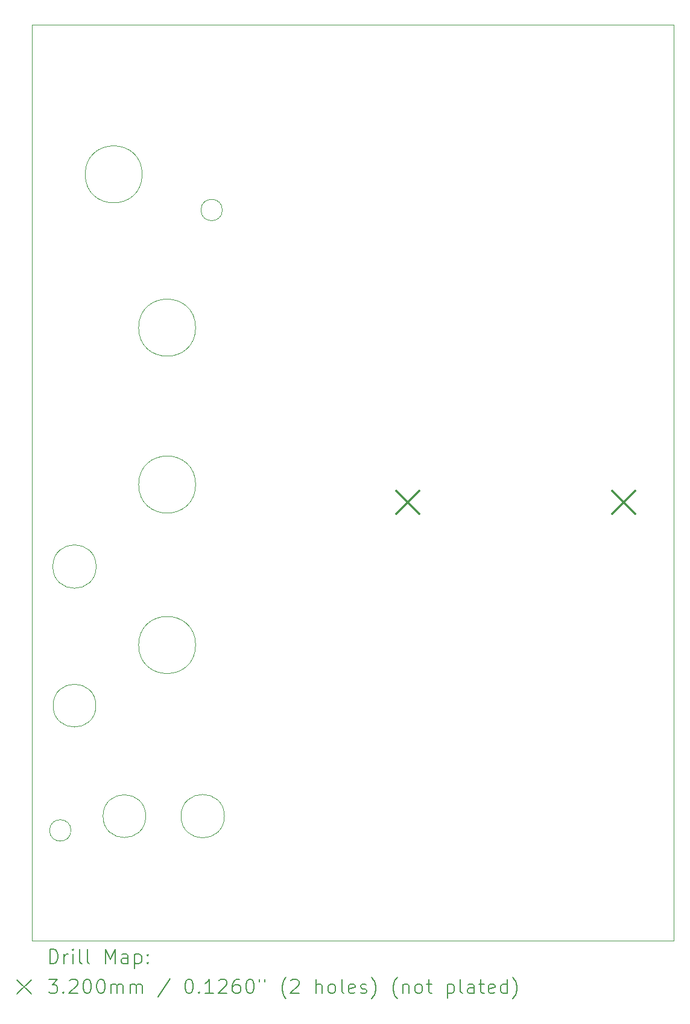
<source format=gbr>
%TF.GenerationSoftware,KiCad,Pcbnew,7.0.9*%
%TF.CreationDate,2023-12-08T22:38:10+01:00*%
%TF.ProjectId,MiniOSC-handscore,4d696e69-4f53-4432-9d68-616e6473636f,rev?*%
%TF.SameCoordinates,Original*%
%TF.FileFunction,Drillmap*%
%TF.FilePolarity,Positive*%
%FSLAX45Y45*%
G04 Gerber Fmt 4.5, Leading zero omitted, Abs format (unit mm)*
G04 Created by KiCad (PCBNEW 7.0.9) date 2023-12-08 22:38:10*
%MOMM*%
%LPD*%
G01*
G04 APERTURE LIST*
%ADD10C,0.100000*%
%ADD11C,0.200000*%
%ADD12C,0.320000*%
G04 APERTURE END LIST*
D10*
X13010000Y-4500000D02*
X4000000Y-4500000D01*
X4000000Y-17350000D01*
X13010000Y-17350000D01*
X13010000Y-4500000D01*
X4900000Y-14050000D02*
G75*
G03*
X4900000Y-14050000I-300000J0D01*
G01*
X5600000Y-15600000D02*
G75*
G03*
X5600000Y-15600000I-300000J0D01*
G01*
X6300000Y-10950000D02*
G75*
G03*
X6300000Y-10950000I-400000J0D01*
G01*
X4904138Y-12100000D02*
G75*
G03*
X4904138Y-12100000I-304138J0D01*
G01*
X6704138Y-15600000D02*
G75*
G03*
X6704138Y-15600000I-304138J0D01*
G01*
X5550000Y-6600000D02*
G75*
G03*
X5550000Y-6600000I-400000J0D01*
G01*
X4550000Y-15800000D02*
G75*
G03*
X4550000Y-15800000I-150000J0D01*
G01*
X6300000Y-13200000D02*
G75*
G03*
X6300000Y-13200000I-400000J0D01*
G01*
X6675000Y-7100000D02*
G75*
G03*
X6675000Y-7100000I-150000J0D01*
G01*
X6300000Y-8750000D02*
G75*
G03*
X6300000Y-8750000I-400000J0D01*
G01*
D11*
D12*
X9120000Y-11040000D02*
X9440000Y-11360000D01*
X9440000Y-11040000D02*
X9120000Y-11360000D01*
X12150000Y-11040000D02*
X12470000Y-11360000D01*
X12470000Y-11040000D02*
X12150000Y-11360000D01*
D11*
X4255777Y-17666484D02*
X4255777Y-17466484D01*
X4255777Y-17466484D02*
X4303396Y-17466484D01*
X4303396Y-17466484D02*
X4331967Y-17476008D01*
X4331967Y-17476008D02*
X4351015Y-17495055D01*
X4351015Y-17495055D02*
X4360539Y-17514103D01*
X4360539Y-17514103D02*
X4370063Y-17552198D01*
X4370063Y-17552198D02*
X4370063Y-17580770D01*
X4370063Y-17580770D02*
X4360539Y-17618865D01*
X4360539Y-17618865D02*
X4351015Y-17637912D01*
X4351015Y-17637912D02*
X4331967Y-17656960D01*
X4331967Y-17656960D02*
X4303396Y-17666484D01*
X4303396Y-17666484D02*
X4255777Y-17666484D01*
X4455777Y-17666484D02*
X4455777Y-17533150D01*
X4455777Y-17571246D02*
X4465301Y-17552198D01*
X4465301Y-17552198D02*
X4474824Y-17542674D01*
X4474824Y-17542674D02*
X4493872Y-17533150D01*
X4493872Y-17533150D02*
X4512920Y-17533150D01*
X4579586Y-17666484D02*
X4579586Y-17533150D01*
X4579586Y-17466484D02*
X4570063Y-17476008D01*
X4570063Y-17476008D02*
X4579586Y-17485531D01*
X4579586Y-17485531D02*
X4589110Y-17476008D01*
X4589110Y-17476008D02*
X4579586Y-17466484D01*
X4579586Y-17466484D02*
X4579586Y-17485531D01*
X4703396Y-17666484D02*
X4684348Y-17656960D01*
X4684348Y-17656960D02*
X4674824Y-17637912D01*
X4674824Y-17637912D02*
X4674824Y-17466484D01*
X4808158Y-17666484D02*
X4789110Y-17656960D01*
X4789110Y-17656960D02*
X4779586Y-17637912D01*
X4779586Y-17637912D02*
X4779586Y-17466484D01*
X5036729Y-17666484D02*
X5036729Y-17466484D01*
X5036729Y-17466484D02*
X5103396Y-17609341D01*
X5103396Y-17609341D02*
X5170063Y-17466484D01*
X5170063Y-17466484D02*
X5170063Y-17666484D01*
X5351015Y-17666484D02*
X5351015Y-17561722D01*
X5351015Y-17561722D02*
X5341491Y-17542674D01*
X5341491Y-17542674D02*
X5322444Y-17533150D01*
X5322444Y-17533150D02*
X5284348Y-17533150D01*
X5284348Y-17533150D02*
X5265301Y-17542674D01*
X5351015Y-17656960D02*
X5331967Y-17666484D01*
X5331967Y-17666484D02*
X5284348Y-17666484D01*
X5284348Y-17666484D02*
X5265301Y-17656960D01*
X5265301Y-17656960D02*
X5255777Y-17637912D01*
X5255777Y-17637912D02*
X5255777Y-17618865D01*
X5255777Y-17618865D02*
X5265301Y-17599817D01*
X5265301Y-17599817D02*
X5284348Y-17590293D01*
X5284348Y-17590293D02*
X5331967Y-17590293D01*
X5331967Y-17590293D02*
X5351015Y-17580770D01*
X5446253Y-17533150D02*
X5446253Y-17733150D01*
X5446253Y-17542674D02*
X5465301Y-17533150D01*
X5465301Y-17533150D02*
X5503396Y-17533150D01*
X5503396Y-17533150D02*
X5522444Y-17542674D01*
X5522444Y-17542674D02*
X5531967Y-17552198D01*
X5531967Y-17552198D02*
X5541491Y-17571246D01*
X5541491Y-17571246D02*
X5541491Y-17628389D01*
X5541491Y-17628389D02*
X5531967Y-17647436D01*
X5531967Y-17647436D02*
X5522444Y-17656960D01*
X5522444Y-17656960D02*
X5503396Y-17666484D01*
X5503396Y-17666484D02*
X5465301Y-17666484D01*
X5465301Y-17666484D02*
X5446253Y-17656960D01*
X5627205Y-17647436D02*
X5636729Y-17656960D01*
X5636729Y-17656960D02*
X5627205Y-17666484D01*
X5627205Y-17666484D02*
X5617682Y-17656960D01*
X5617682Y-17656960D02*
X5627205Y-17647436D01*
X5627205Y-17647436D02*
X5627205Y-17666484D01*
X5627205Y-17542674D02*
X5636729Y-17552198D01*
X5636729Y-17552198D02*
X5627205Y-17561722D01*
X5627205Y-17561722D02*
X5617682Y-17552198D01*
X5617682Y-17552198D02*
X5627205Y-17542674D01*
X5627205Y-17542674D02*
X5627205Y-17561722D01*
X3795000Y-17895000D02*
X3995000Y-18095000D01*
X3995000Y-17895000D02*
X3795000Y-18095000D01*
X4236729Y-17886484D02*
X4360539Y-17886484D01*
X4360539Y-17886484D02*
X4293872Y-17962674D01*
X4293872Y-17962674D02*
X4322444Y-17962674D01*
X4322444Y-17962674D02*
X4341491Y-17972198D01*
X4341491Y-17972198D02*
X4351015Y-17981722D01*
X4351015Y-17981722D02*
X4360539Y-18000770D01*
X4360539Y-18000770D02*
X4360539Y-18048389D01*
X4360539Y-18048389D02*
X4351015Y-18067436D01*
X4351015Y-18067436D02*
X4341491Y-18076960D01*
X4341491Y-18076960D02*
X4322444Y-18086484D01*
X4322444Y-18086484D02*
X4265301Y-18086484D01*
X4265301Y-18086484D02*
X4246253Y-18076960D01*
X4246253Y-18076960D02*
X4236729Y-18067436D01*
X4446253Y-18067436D02*
X4455777Y-18076960D01*
X4455777Y-18076960D02*
X4446253Y-18086484D01*
X4446253Y-18086484D02*
X4436729Y-18076960D01*
X4436729Y-18076960D02*
X4446253Y-18067436D01*
X4446253Y-18067436D02*
X4446253Y-18086484D01*
X4531967Y-17905531D02*
X4541491Y-17896008D01*
X4541491Y-17896008D02*
X4560539Y-17886484D01*
X4560539Y-17886484D02*
X4608158Y-17886484D01*
X4608158Y-17886484D02*
X4627205Y-17896008D01*
X4627205Y-17896008D02*
X4636729Y-17905531D01*
X4636729Y-17905531D02*
X4646253Y-17924579D01*
X4646253Y-17924579D02*
X4646253Y-17943627D01*
X4646253Y-17943627D02*
X4636729Y-17972198D01*
X4636729Y-17972198D02*
X4522444Y-18086484D01*
X4522444Y-18086484D02*
X4646253Y-18086484D01*
X4770063Y-17886484D02*
X4789110Y-17886484D01*
X4789110Y-17886484D02*
X4808158Y-17896008D01*
X4808158Y-17896008D02*
X4817682Y-17905531D01*
X4817682Y-17905531D02*
X4827205Y-17924579D01*
X4827205Y-17924579D02*
X4836729Y-17962674D01*
X4836729Y-17962674D02*
X4836729Y-18010293D01*
X4836729Y-18010293D02*
X4827205Y-18048389D01*
X4827205Y-18048389D02*
X4817682Y-18067436D01*
X4817682Y-18067436D02*
X4808158Y-18076960D01*
X4808158Y-18076960D02*
X4789110Y-18086484D01*
X4789110Y-18086484D02*
X4770063Y-18086484D01*
X4770063Y-18086484D02*
X4751015Y-18076960D01*
X4751015Y-18076960D02*
X4741491Y-18067436D01*
X4741491Y-18067436D02*
X4731967Y-18048389D01*
X4731967Y-18048389D02*
X4722444Y-18010293D01*
X4722444Y-18010293D02*
X4722444Y-17962674D01*
X4722444Y-17962674D02*
X4731967Y-17924579D01*
X4731967Y-17924579D02*
X4741491Y-17905531D01*
X4741491Y-17905531D02*
X4751015Y-17896008D01*
X4751015Y-17896008D02*
X4770063Y-17886484D01*
X4960539Y-17886484D02*
X4979586Y-17886484D01*
X4979586Y-17886484D02*
X4998634Y-17896008D01*
X4998634Y-17896008D02*
X5008158Y-17905531D01*
X5008158Y-17905531D02*
X5017682Y-17924579D01*
X5017682Y-17924579D02*
X5027205Y-17962674D01*
X5027205Y-17962674D02*
X5027205Y-18010293D01*
X5027205Y-18010293D02*
X5017682Y-18048389D01*
X5017682Y-18048389D02*
X5008158Y-18067436D01*
X5008158Y-18067436D02*
X4998634Y-18076960D01*
X4998634Y-18076960D02*
X4979586Y-18086484D01*
X4979586Y-18086484D02*
X4960539Y-18086484D01*
X4960539Y-18086484D02*
X4941491Y-18076960D01*
X4941491Y-18076960D02*
X4931967Y-18067436D01*
X4931967Y-18067436D02*
X4922444Y-18048389D01*
X4922444Y-18048389D02*
X4912920Y-18010293D01*
X4912920Y-18010293D02*
X4912920Y-17962674D01*
X4912920Y-17962674D02*
X4922444Y-17924579D01*
X4922444Y-17924579D02*
X4931967Y-17905531D01*
X4931967Y-17905531D02*
X4941491Y-17896008D01*
X4941491Y-17896008D02*
X4960539Y-17886484D01*
X5112920Y-18086484D02*
X5112920Y-17953150D01*
X5112920Y-17972198D02*
X5122444Y-17962674D01*
X5122444Y-17962674D02*
X5141491Y-17953150D01*
X5141491Y-17953150D02*
X5170063Y-17953150D01*
X5170063Y-17953150D02*
X5189110Y-17962674D01*
X5189110Y-17962674D02*
X5198634Y-17981722D01*
X5198634Y-17981722D02*
X5198634Y-18086484D01*
X5198634Y-17981722D02*
X5208158Y-17962674D01*
X5208158Y-17962674D02*
X5227205Y-17953150D01*
X5227205Y-17953150D02*
X5255777Y-17953150D01*
X5255777Y-17953150D02*
X5274825Y-17962674D01*
X5274825Y-17962674D02*
X5284348Y-17981722D01*
X5284348Y-17981722D02*
X5284348Y-18086484D01*
X5379586Y-18086484D02*
X5379586Y-17953150D01*
X5379586Y-17972198D02*
X5389110Y-17962674D01*
X5389110Y-17962674D02*
X5408158Y-17953150D01*
X5408158Y-17953150D02*
X5436729Y-17953150D01*
X5436729Y-17953150D02*
X5455777Y-17962674D01*
X5455777Y-17962674D02*
X5465301Y-17981722D01*
X5465301Y-17981722D02*
X5465301Y-18086484D01*
X5465301Y-17981722D02*
X5474825Y-17962674D01*
X5474825Y-17962674D02*
X5493872Y-17953150D01*
X5493872Y-17953150D02*
X5522444Y-17953150D01*
X5522444Y-17953150D02*
X5541491Y-17962674D01*
X5541491Y-17962674D02*
X5551015Y-17981722D01*
X5551015Y-17981722D02*
X5551015Y-18086484D01*
X5941491Y-17876960D02*
X5770063Y-18134103D01*
X6198634Y-17886484D02*
X6217682Y-17886484D01*
X6217682Y-17886484D02*
X6236729Y-17896008D01*
X6236729Y-17896008D02*
X6246253Y-17905531D01*
X6246253Y-17905531D02*
X6255777Y-17924579D01*
X6255777Y-17924579D02*
X6265301Y-17962674D01*
X6265301Y-17962674D02*
X6265301Y-18010293D01*
X6265301Y-18010293D02*
X6255777Y-18048389D01*
X6255777Y-18048389D02*
X6246253Y-18067436D01*
X6246253Y-18067436D02*
X6236729Y-18076960D01*
X6236729Y-18076960D02*
X6217682Y-18086484D01*
X6217682Y-18086484D02*
X6198634Y-18086484D01*
X6198634Y-18086484D02*
X6179586Y-18076960D01*
X6179586Y-18076960D02*
X6170063Y-18067436D01*
X6170063Y-18067436D02*
X6160539Y-18048389D01*
X6160539Y-18048389D02*
X6151015Y-18010293D01*
X6151015Y-18010293D02*
X6151015Y-17962674D01*
X6151015Y-17962674D02*
X6160539Y-17924579D01*
X6160539Y-17924579D02*
X6170063Y-17905531D01*
X6170063Y-17905531D02*
X6179586Y-17896008D01*
X6179586Y-17896008D02*
X6198634Y-17886484D01*
X6351015Y-18067436D02*
X6360539Y-18076960D01*
X6360539Y-18076960D02*
X6351015Y-18086484D01*
X6351015Y-18086484D02*
X6341491Y-18076960D01*
X6341491Y-18076960D02*
X6351015Y-18067436D01*
X6351015Y-18067436D02*
X6351015Y-18086484D01*
X6551015Y-18086484D02*
X6436729Y-18086484D01*
X6493872Y-18086484D02*
X6493872Y-17886484D01*
X6493872Y-17886484D02*
X6474825Y-17915055D01*
X6474825Y-17915055D02*
X6455777Y-17934103D01*
X6455777Y-17934103D02*
X6436729Y-17943627D01*
X6627206Y-17905531D02*
X6636729Y-17896008D01*
X6636729Y-17896008D02*
X6655777Y-17886484D01*
X6655777Y-17886484D02*
X6703396Y-17886484D01*
X6703396Y-17886484D02*
X6722444Y-17896008D01*
X6722444Y-17896008D02*
X6731967Y-17905531D01*
X6731967Y-17905531D02*
X6741491Y-17924579D01*
X6741491Y-17924579D02*
X6741491Y-17943627D01*
X6741491Y-17943627D02*
X6731967Y-17972198D01*
X6731967Y-17972198D02*
X6617682Y-18086484D01*
X6617682Y-18086484D02*
X6741491Y-18086484D01*
X6912920Y-17886484D02*
X6874825Y-17886484D01*
X6874825Y-17886484D02*
X6855777Y-17896008D01*
X6855777Y-17896008D02*
X6846253Y-17905531D01*
X6846253Y-17905531D02*
X6827206Y-17934103D01*
X6827206Y-17934103D02*
X6817682Y-17972198D01*
X6817682Y-17972198D02*
X6817682Y-18048389D01*
X6817682Y-18048389D02*
X6827206Y-18067436D01*
X6827206Y-18067436D02*
X6836729Y-18076960D01*
X6836729Y-18076960D02*
X6855777Y-18086484D01*
X6855777Y-18086484D02*
X6893872Y-18086484D01*
X6893872Y-18086484D02*
X6912920Y-18076960D01*
X6912920Y-18076960D02*
X6922444Y-18067436D01*
X6922444Y-18067436D02*
X6931967Y-18048389D01*
X6931967Y-18048389D02*
X6931967Y-18000770D01*
X6931967Y-18000770D02*
X6922444Y-17981722D01*
X6922444Y-17981722D02*
X6912920Y-17972198D01*
X6912920Y-17972198D02*
X6893872Y-17962674D01*
X6893872Y-17962674D02*
X6855777Y-17962674D01*
X6855777Y-17962674D02*
X6836729Y-17972198D01*
X6836729Y-17972198D02*
X6827206Y-17981722D01*
X6827206Y-17981722D02*
X6817682Y-18000770D01*
X7055777Y-17886484D02*
X7074825Y-17886484D01*
X7074825Y-17886484D02*
X7093872Y-17896008D01*
X7093872Y-17896008D02*
X7103396Y-17905531D01*
X7103396Y-17905531D02*
X7112920Y-17924579D01*
X7112920Y-17924579D02*
X7122444Y-17962674D01*
X7122444Y-17962674D02*
X7122444Y-18010293D01*
X7122444Y-18010293D02*
X7112920Y-18048389D01*
X7112920Y-18048389D02*
X7103396Y-18067436D01*
X7103396Y-18067436D02*
X7093872Y-18076960D01*
X7093872Y-18076960D02*
X7074825Y-18086484D01*
X7074825Y-18086484D02*
X7055777Y-18086484D01*
X7055777Y-18086484D02*
X7036729Y-18076960D01*
X7036729Y-18076960D02*
X7027206Y-18067436D01*
X7027206Y-18067436D02*
X7017682Y-18048389D01*
X7017682Y-18048389D02*
X7008158Y-18010293D01*
X7008158Y-18010293D02*
X7008158Y-17962674D01*
X7008158Y-17962674D02*
X7017682Y-17924579D01*
X7017682Y-17924579D02*
X7027206Y-17905531D01*
X7027206Y-17905531D02*
X7036729Y-17896008D01*
X7036729Y-17896008D02*
X7055777Y-17886484D01*
X7198634Y-17886484D02*
X7198634Y-17924579D01*
X7274825Y-17886484D02*
X7274825Y-17924579D01*
X7570063Y-18162674D02*
X7560539Y-18153150D01*
X7560539Y-18153150D02*
X7541491Y-18124579D01*
X7541491Y-18124579D02*
X7531968Y-18105531D01*
X7531968Y-18105531D02*
X7522444Y-18076960D01*
X7522444Y-18076960D02*
X7512920Y-18029341D01*
X7512920Y-18029341D02*
X7512920Y-17991246D01*
X7512920Y-17991246D02*
X7522444Y-17943627D01*
X7522444Y-17943627D02*
X7531968Y-17915055D01*
X7531968Y-17915055D02*
X7541491Y-17896008D01*
X7541491Y-17896008D02*
X7560539Y-17867436D01*
X7560539Y-17867436D02*
X7570063Y-17857912D01*
X7636729Y-17905531D02*
X7646253Y-17896008D01*
X7646253Y-17896008D02*
X7665301Y-17886484D01*
X7665301Y-17886484D02*
X7712920Y-17886484D01*
X7712920Y-17886484D02*
X7731968Y-17896008D01*
X7731968Y-17896008D02*
X7741491Y-17905531D01*
X7741491Y-17905531D02*
X7751015Y-17924579D01*
X7751015Y-17924579D02*
X7751015Y-17943627D01*
X7751015Y-17943627D02*
X7741491Y-17972198D01*
X7741491Y-17972198D02*
X7627206Y-18086484D01*
X7627206Y-18086484D02*
X7751015Y-18086484D01*
X7989110Y-18086484D02*
X7989110Y-17886484D01*
X8074825Y-18086484D02*
X8074825Y-17981722D01*
X8074825Y-17981722D02*
X8065301Y-17962674D01*
X8065301Y-17962674D02*
X8046253Y-17953150D01*
X8046253Y-17953150D02*
X8017682Y-17953150D01*
X8017682Y-17953150D02*
X7998634Y-17962674D01*
X7998634Y-17962674D02*
X7989110Y-17972198D01*
X8198634Y-18086484D02*
X8179587Y-18076960D01*
X8179587Y-18076960D02*
X8170063Y-18067436D01*
X8170063Y-18067436D02*
X8160539Y-18048389D01*
X8160539Y-18048389D02*
X8160539Y-17991246D01*
X8160539Y-17991246D02*
X8170063Y-17972198D01*
X8170063Y-17972198D02*
X8179587Y-17962674D01*
X8179587Y-17962674D02*
X8198634Y-17953150D01*
X8198634Y-17953150D02*
X8227206Y-17953150D01*
X8227206Y-17953150D02*
X8246253Y-17962674D01*
X8246253Y-17962674D02*
X8255777Y-17972198D01*
X8255777Y-17972198D02*
X8265301Y-17991246D01*
X8265301Y-17991246D02*
X8265301Y-18048389D01*
X8265301Y-18048389D02*
X8255777Y-18067436D01*
X8255777Y-18067436D02*
X8246253Y-18076960D01*
X8246253Y-18076960D02*
X8227206Y-18086484D01*
X8227206Y-18086484D02*
X8198634Y-18086484D01*
X8379587Y-18086484D02*
X8360539Y-18076960D01*
X8360539Y-18076960D02*
X8351015Y-18057912D01*
X8351015Y-18057912D02*
X8351015Y-17886484D01*
X8531968Y-18076960D02*
X8512920Y-18086484D01*
X8512920Y-18086484D02*
X8474825Y-18086484D01*
X8474825Y-18086484D02*
X8455777Y-18076960D01*
X8455777Y-18076960D02*
X8446253Y-18057912D01*
X8446253Y-18057912D02*
X8446253Y-17981722D01*
X8446253Y-17981722D02*
X8455777Y-17962674D01*
X8455777Y-17962674D02*
X8474825Y-17953150D01*
X8474825Y-17953150D02*
X8512920Y-17953150D01*
X8512920Y-17953150D02*
X8531968Y-17962674D01*
X8531968Y-17962674D02*
X8541492Y-17981722D01*
X8541492Y-17981722D02*
X8541492Y-18000770D01*
X8541492Y-18000770D02*
X8446253Y-18019817D01*
X8617682Y-18076960D02*
X8636730Y-18086484D01*
X8636730Y-18086484D02*
X8674825Y-18086484D01*
X8674825Y-18086484D02*
X8693873Y-18076960D01*
X8693873Y-18076960D02*
X8703396Y-18057912D01*
X8703396Y-18057912D02*
X8703396Y-18048389D01*
X8703396Y-18048389D02*
X8693873Y-18029341D01*
X8693873Y-18029341D02*
X8674825Y-18019817D01*
X8674825Y-18019817D02*
X8646253Y-18019817D01*
X8646253Y-18019817D02*
X8627206Y-18010293D01*
X8627206Y-18010293D02*
X8617682Y-17991246D01*
X8617682Y-17991246D02*
X8617682Y-17981722D01*
X8617682Y-17981722D02*
X8627206Y-17962674D01*
X8627206Y-17962674D02*
X8646253Y-17953150D01*
X8646253Y-17953150D02*
X8674825Y-17953150D01*
X8674825Y-17953150D02*
X8693873Y-17962674D01*
X8770063Y-18162674D02*
X8779587Y-18153150D01*
X8779587Y-18153150D02*
X8798634Y-18124579D01*
X8798634Y-18124579D02*
X8808158Y-18105531D01*
X8808158Y-18105531D02*
X8817682Y-18076960D01*
X8817682Y-18076960D02*
X8827206Y-18029341D01*
X8827206Y-18029341D02*
X8827206Y-17991246D01*
X8827206Y-17991246D02*
X8817682Y-17943627D01*
X8817682Y-17943627D02*
X8808158Y-17915055D01*
X8808158Y-17915055D02*
X8798634Y-17896008D01*
X8798634Y-17896008D02*
X8779587Y-17867436D01*
X8779587Y-17867436D02*
X8770063Y-17857912D01*
X9131968Y-18162674D02*
X9122444Y-18153150D01*
X9122444Y-18153150D02*
X9103396Y-18124579D01*
X9103396Y-18124579D02*
X9093873Y-18105531D01*
X9093873Y-18105531D02*
X9084349Y-18076960D01*
X9084349Y-18076960D02*
X9074825Y-18029341D01*
X9074825Y-18029341D02*
X9074825Y-17991246D01*
X9074825Y-17991246D02*
X9084349Y-17943627D01*
X9084349Y-17943627D02*
X9093873Y-17915055D01*
X9093873Y-17915055D02*
X9103396Y-17896008D01*
X9103396Y-17896008D02*
X9122444Y-17867436D01*
X9122444Y-17867436D02*
X9131968Y-17857912D01*
X9208158Y-17953150D02*
X9208158Y-18086484D01*
X9208158Y-17972198D02*
X9217682Y-17962674D01*
X9217682Y-17962674D02*
X9236730Y-17953150D01*
X9236730Y-17953150D02*
X9265301Y-17953150D01*
X9265301Y-17953150D02*
X9284349Y-17962674D01*
X9284349Y-17962674D02*
X9293873Y-17981722D01*
X9293873Y-17981722D02*
X9293873Y-18086484D01*
X9417682Y-18086484D02*
X9398634Y-18076960D01*
X9398634Y-18076960D02*
X9389111Y-18067436D01*
X9389111Y-18067436D02*
X9379587Y-18048389D01*
X9379587Y-18048389D02*
X9379587Y-17991246D01*
X9379587Y-17991246D02*
X9389111Y-17972198D01*
X9389111Y-17972198D02*
X9398634Y-17962674D01*
X9398634Y-17962674D02*
X9417682Y-17953150D01*
X9417682Y-17953150D02*
X9446254Y-17953150D01*
X9446254Y-17953150D02*
X9465301Y-17962674D01*
X9465301Y-17962674D02*
X9474825Y-17972198D01*
X9474825Y-17972198D02*
X9484349Y-17991246D01*
X9484349Y-17991246D02*
X9484349Y-18048389D01*
X9484349Y-18048389D02*
X9474825Y-18067436D01*
X9474825Y-18067436D02*
X9465301Y-18076960D01*
X9465301Y-18076960D02*
X9446254Y-18086484D01*
X9446254Y-18086484D02*
X9417682Y-18086484D01*
X9541492Y-17953150D02*
X9617682Y-17953150D01*
X9570063Y-17886484D02*
X9570063Y-18057912D01*
X9570063Y-18057912D02*
X9579587Y-18076960D01*
X9579587Y-18076960D02*
X9598634Y-18086484D01*
X9598634Y-18086484D02*
X9617682Y-18086484D01*
X9836730Y-17953150D02*
X9836730Y-18153150D01*
X9836730Y-17962674D02*
X9855777Y-17953150D01*
X9855777Y-17953150D02*
X9893873Y-17953150D01*
X9893873Y-17953150D02*
X9912920Y-17962674D01*
X9912920Y-17962674D02*
X9922444Y-17972198D01*
X9922444Y-17972198D02*
X9931968Y-17991246D01*
X9931968Y-17991246D02*
X9931968Y-18048389D01*
X9931968Y-18048389D02*
X9922444Y-18067436D01*
X9922444Y-18067436D02*
X9912920Y-18076960D01*
X9912920Y-18076960D02*
X9893873Y-18086484D01*
X9893873Y-18086484D02*
X9855777Y-18086484D01*
X9855777Y-18086484D02*
X9836730Y-18076960D01*
X10046254Y-18086484D02*
X10027206Y-18076960D01*
X10027206Y-18076960D02*
X10017682Y-18057912D01*
X10017682Y-18057912D02*
X10017682Y-17886484D01*
X10208158Y-18086484D02*
X10208158Y-17981722D01*
X10208158Y-17981722D02*
X10198635Y-17962674D01*
X10198635Y-17962674D02*
X10179587Y-17953150D01*
X10179587Y-17953150D02*
X10141492Y-17953150D01*
X10141492Y-17953150D02*
X10122444Y-17962674D01*
X10208158Y-18076960D02*
X10189111Y-18086484D01*
X10189111Y-18086484D02*
X10141492Y-18086484D01*
X10141492Y-18086484D02*
X10122444Y-18076960D01*
X10122444Y-18076960D02*
X10112920Y-18057912D01*
X10112920Y-18057912D02*
X10112920Y-18038865D01*
X10112920Y-18038865D02*
X10122444Y-18019817D01*
X10122444Y-18019817D02*
X10141492Y-18010293D01*
X10141492Y-18010293D02*
X10189111Y-18010293D01*
X10189111Y-18010293D02*
X10208158Y-18000770D01*
X10274825Y-17953150D02*
X10351015Y-17953150D01*
X10303396Y-17886484D02*
X10303396Y-18057912D01*
X10303396Y-18057912D02*
X10312920Y-18076960D01*
X10312920Y-18076960D02*
X10331968Y-18086484D01*
X10331968Y-18086484D02*
X10351015Y-18086484D01*
X10493873Y-18076960D02*
X10474825Y-18086484D01*
X10474825Y-18086484D02*
X10436730Y-18086484D01*
X10436730Y-18086484D02*
X10417682Y-18076960D01*
X10417682Y-18076960D02*
X10408158Y-18057912D01*
X10408158Y-18057912D02*
X10408158Y-17981722D01*
X10408158Y-17981722D02*
X10417682Y-17962674D01*
X10417682Y-17962674D02*
X10436730Y-17953150D01*
X10436730Y-17953150D02*
X10474825Y-17953150D01*
X10474825Y-17953150D02*
X10493873Y-17962674D01*
X10493873Y-17962674D02*
X10503396Y-17981722D01*
X10503396Y-17981722D02*
X10503396Y-18000770D01*
X10503396Y-18000770D02*
X10408158Y-18019817D01*
X10674825Y-18086484D02*
X10674825Y-17886484D01*
X10674825Y-18076960D02*
X10655777Y-18086484D01*
X10655777Y-18086484D02*
X10617682Y-18086484D01*
X10617682Y-18086484D02*
X10598635Y-18076960D01*
X10598635Y-18076960D02*
X10589111Y-18067436D01*
X10589111Y-18067436D02*
X10579587Y-18048389D01*
X10579587Y-18048389D02*
X10579587Y-17991246D01*
X10579587Y-17991246D02*
X10589111Y-17972198D01*
X10589111Y-17972198D02*
X10598635Y-17962674D01*
X10598635Y-17962674D02*
X10617682Y-17953150D01*
X10617682Y-17953150D02*
X10655777Y-17953150D01*
X10655777Y-17953150D02*
X10674825Y-17962674D01*
X10751016Y-18162674D02*
X10760539Y-18153150D01*
X10760539Y-18153150D02*
X10779587Y-18124579D01*
X10779587Y-18124579D02*
X10789111Y-18105531D01*
X10789111Y-18105531D02*
X10798635Y-18076960D01*
X10798635Y-18076960D02*
X10808158Y-18029341D01*
X10808158Y-18029341D02*
X10808158Y-17991246D01*
X10808158Y-17991246D02*
X10798635Y-17943627D01*
X10798635Y-17943627D02*
X10789111Y-17915055D01*
X10789111Y-17915055D02*
X10779587Y-17896008D01*
X10779587Y-17896008D02*
X10760539Y-17867436D01*
X10760539Y-17867436D02*
X10751016Y-17857912D01*
M02*

</source>
